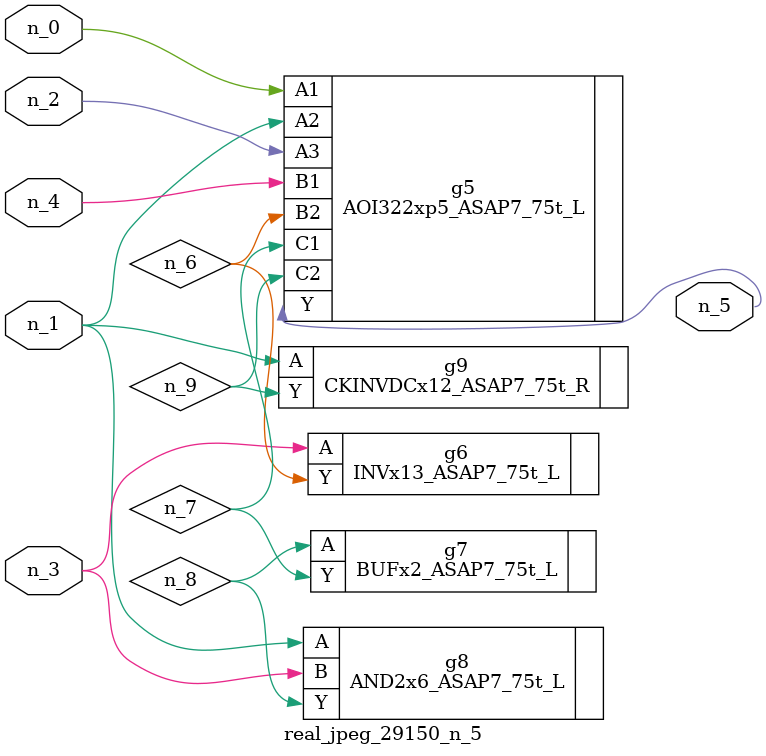
<source format=v>
module real_jpeg_29150_n_5 (n_4, n_0, n_1, n_2, n_3, n_5);

input n_4;
input n_0;
input n_1;
input n_2;
input n_3;

output n_5;

wire n_8;
wire n_6;
wire n_7;
wire n_9;

AOI322xp5_ASAP7_75t_L g5 ( 
.A1(n_0),
.A2(n_1),
.A3(n_2),
.B1(n_4),
.B2(n_6),
.C1(n_7),
.C2(n_9),
.Y(n_5)
);

AND2x6_ASAP7_75t_L g8 ( 
.A(n_1),
.B(n_3),
.Y(n_8)
);

CKINVDCx12_ASAP7_75t_R g9 ( 
.A(n_1),
.Y(n_9)
);

INVx13_ASAP7_75t_L g6 ( 
.A(n_3),
.Y(n_6)
);

BUFx2_ASAP7_75t_L g7 ( 
.A(n_8),
.Y(n_7)
);


endmodule
</source>
